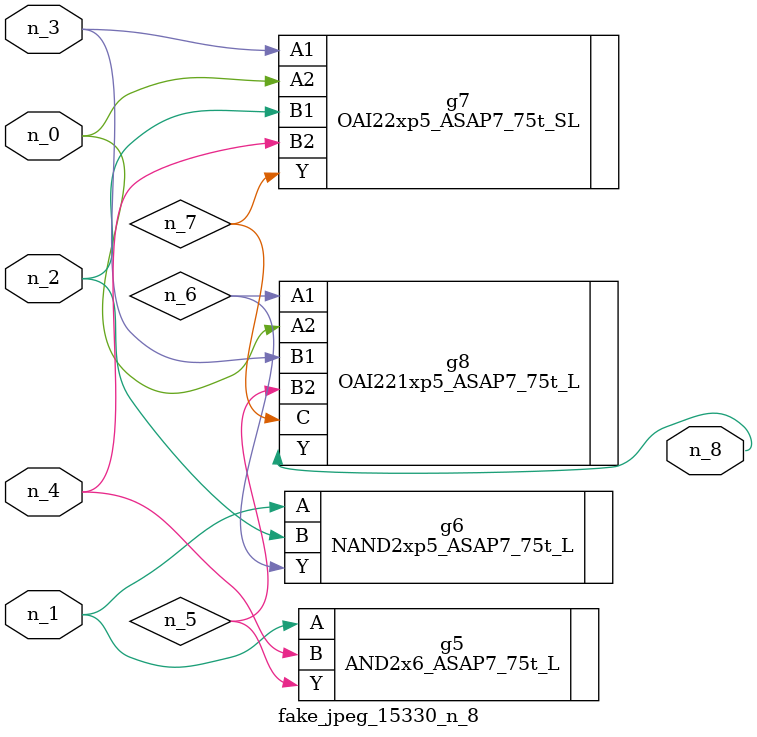
<source format=v>
module fake_jpeg_15330_n_8 (n_3, n_2, n_1, n_0, n_4, n_8);

input n_3;
input n_2;
input n_1;
input n_0;
input n_4;

output n_8;

wire n_6;
wire n_5;
wire n_7;

AND2x6_ASAP7_75t_L g5 ( 
.A(n_1),
.B(n_4),
.Y(n_5)
);

NAND2xp5_ASAP7_75t_L g6 ( 
.A(n_1),
.B(n_2),
.Y(n_6)
);

OAI22xp5_ASAP7_75t_SL g7 ( 
.A1(n_3),
.A2(n_0),
.B1(n_2),
.B2(n_4),
.Y(n_7)
);

OAI221xp5_ASAP7_75t_L g8 ( 
.A1(n_6),
.A2(n_0),
.B1(n_3),
.B2(n_5),
.C(n_7),
.Y(n_8)
);


endmodule
</source>
